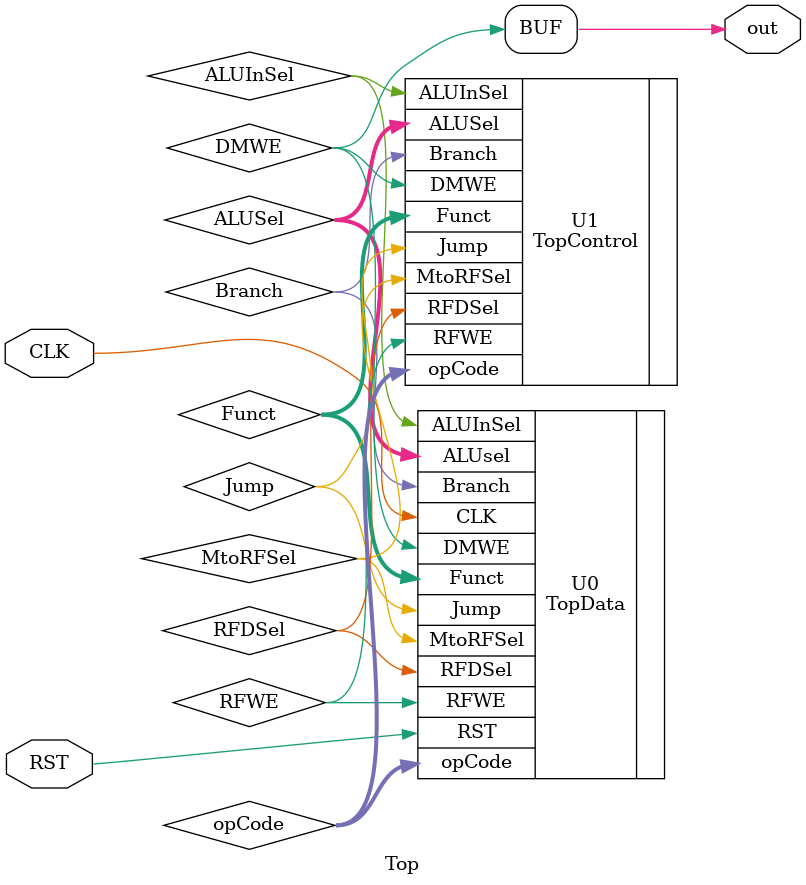
<source format=v>
`timescale 1ns / 1ps


module Top(input CLK, RST, output out);
    wire RFWE, DMWE, MtoRFSel, Branch, ALUInSel, RFDSel, Jump;
    wire [2:0] ALUSel;
    wire [5:0] opCode, Funct;
    assign out = DMWE;
    
    TopData U0 (.CLK(CLK), .RST(RST), .RFWE(RFWE), .DMWE(DMWE), .Jump(Jump),
                .Branch(Branch), .ALUInSel(ALUInSel), .RFDSel(RFDSel),
                .MtoRFSel(MtoRFSel), .ALUsel(ALUSel), .opCode(opCode), .Funct(Funct));
                
    TopControl U1 (.opCode(opCode), .Funct(Funct), .MtoRFSel(MtoRFSel),
                   .DMWE(DMWE), .Branch(Branch), .ALUInSel(ALUInSel),
                   .Jump(Jump), .RFDSel(RFDSel), .RFWE(RFWE), .ALUSel(ALUSel));
endmodule

</source>
